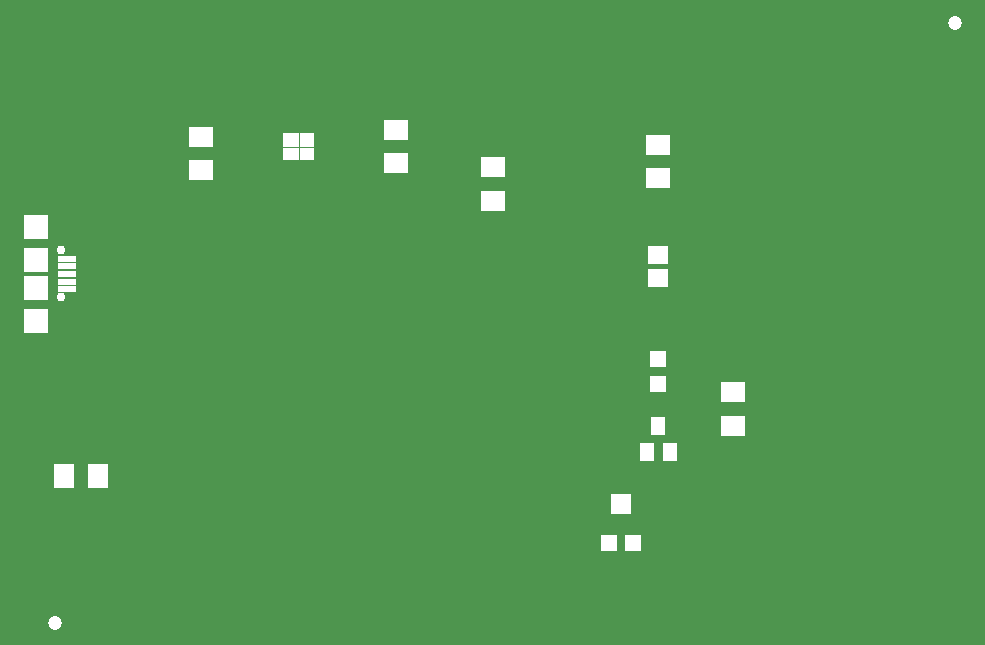
<source format=gts>
G04 EAGLE Gerber RS-274X export*
G75*
%MOMM*%
%FSLAX34Y34*%
%LPD*%
%INSoldermask Top*%
%IPNEG*%
%AMOC8*
5,1,8,0,0,1.08239X$1,22.5*%
G01*
%ADD10C,1.203200*%
%ADD11R,1.153200X1.053200*%
%ADD12R,1.353200X1.053200*%
%ADD13R,1.353200X1.173200*%
%ADD14R,1.153200X1.173200*%
%ADD15R,2.006200X1.803200*%
%ADD16R,2.003200X1.803200*%
%ADD17R,1.403200X1.403200*%
%ADD18R,1.803200X1.703200*%
%ADD19R,1.203200X1.603200*%
%ADD20R,1.703200X1.503200*%
%ADD21R,1.549400X0.584200*%
%ADD22R,2.103200X2.103200*%
%ADD23C,0.753200*%
%ADD24R,1.803200X2.006200*%


D10*
X35000Y35000D03*
X797000Y543000D03*
D11*
X248550Y431850D03*
D12*
X235050Y431850D03*
D13*
X235050Y443850D03*
D14*
X248550Y443850D03*
D15*
X323850Y452370D03*
X323850Y423930D03*
D16*
X158750Y417800D03*
X158750Y445800D03*
D17*
X504350Y102650D03*
X524350Y102650D03*
D18*
X514350Y135150D03*
D19*
X546100Y201500D03*
X555600Y179500D03*
X536600Y179500D03*
D17*
X546100Y237150D03*
X546100Y258150D03*
D20*
X546100Y327050D03*
X546100Y346050D03*
D21*
X45800Y343200D03*
X45800Y336700D03*
X45800Y330200D03*
X45800Y323700D03*
X45800Y317200D03*
D22*
X19050Y369700D03*
X19050Y342200D03*
X19050Y318200D03*
X19050Y290700D03*
D23*
X40550Y350200D03*
X40550Y310200D03*
D15*
X546100Y411230D03*
X546100Y439670D03*
D24*
X71370Y158750D03*
X42930Y158750D03*
D15*
X406400Y420620D03*
X406400Y392180D03*
X609600Y201680D03*
X609600Y230120D03*
M02*

</source>
